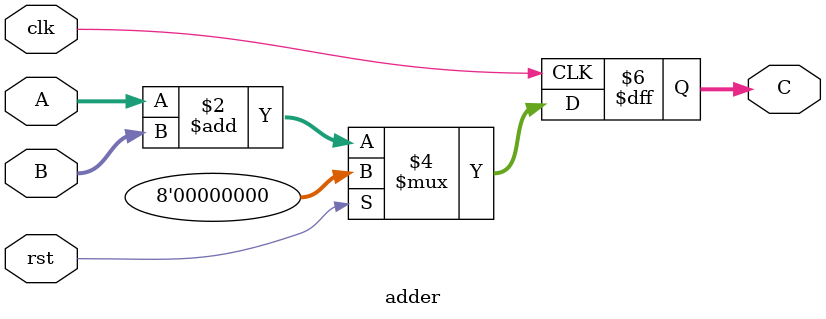
<source format=sv>
module adder #(
  parameter Width = 8
)(
  input  logic                    clk,
  input  logic                    rst,
  input  logic signed [Width-1:0] A,
  input  logic signed [Width-1:0] B,
  output logic signed [Width-1:0] C
);

  always @(posedge clk) begin
    if (rst) begin
      C <= '0;
    end else begin
      C <= A + B;
    end
  end

endmodule

</source>
